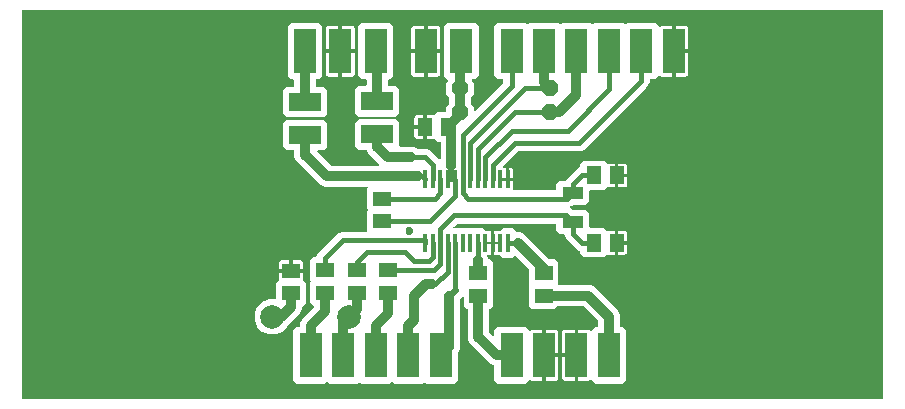
<source format=gbr>
G04 EAGLE Gerber RS-274X export*
G75*
%MOMM*%
%FSLAX34Y34*%
%LPD*%
%INTop Copper*%
%IPPOS*%
%AMOC8*
5,1,8,0,0,1.08239X$1,22.5*%
G01*
%ADD10C,0.400000*%
%ADD11R,1.300000X1.500000*%
%ADD12R,2.700000X1.600000*%
%ADD13R,1.500000X1.300000*%
%ADD14R,0.435000X1.500000*%
%ADD15R,1.800000X1.000000*%
%ADD16P,1.429621X8X22.500000*%
%ADD17R,1.930400X3.810000*%
%ADD18C,0.406400*%
%ADD19C,0.812800*%
%ADD20C,2.000000*%
%ADD21C,0.609600*%

G36*
X739098Y10164D02*
X739098Y10164D01*
X739117Y10162D01*
X739219Y10184D01*
X739321Y10200D01*
X739338Y10210D01*
X739358Y10214D01*
X739447Y10267D01*
X739538Y10316D01*
X739552Y10330D01*
X739569Y10340D01*
X739636Y10419D01*
X739708Y10494D01*
X739716Y10512D01*
X739729Y10527D01*
X739768Y10623D01*
X739811Y10717D01*
X739813Y10737D01*
X739821Y10755D01*
X739839Y10922D01*
X739839Y339078D01*
X739836Y339098D01*
X739838Y339117D01*
X739816Y339219D01*
X739800Y339321D01*
X739790Y339338D01*
X739786Y339358D01*
X739733Y339447D01*
X739684Y339538D01*
X739670Y339552D01*
X739660Y339569D01*
X739581Y339636D01*
X739506Y339708D01*
X739488Y339716D01*
X739473Y339729D01*
X739377Y339768D01*
X739283Y339811D01*
X739263Y339813D01*
X739245Y339821D01*
X739078Y339839D01*
X10922Y339839D01*
X10902Y339836D01*
X10883Y339838D01*
X10781Y339816D01*
X10679Y339800D01*
X10662Y339790D01*
X10642Y339786D01*
X10553Y339733D01*
X10462Y339684D01*
X10448Y339670D01*
X10431Y339660D01*
X10364Y339581D01*
X10292Y339506D01*
X10284Y339488D01*
X10271Y339473D01*
X10232Y339377D01*
X10189Y339283D01*
X10187Y339263D01*
X10179Y339245D01*
X10161Y339078D01*
X10161Y10922D01*
X10164Y10902D01*
X10162Y10883D01*
X10184Y10781D01*
X10200Y10679D01*
X10210Y10662D01*
X10214Y10642D01*
X10267Y10553D01*
X10316Y10462D01*
X10330Y10448D01*
X10340Y10431D01*
X10419Y10364D01*
X10494Y10292D01*
X10512Y10284D01*
X10527Y10271D01*
X10623Y10232D01*
X10717Y10189D01*
X10737Y10187D01*
X10755Y10179D01*
X10922Y10161D01*
X739078Y10161D01*
X739098Y10164D01*
G37*
%LPC*%
G36*
X243277Y23449D02*
X243277Y23449D01*
X240347Y26379D01*
X240347Y68621D01*
X243277Y71551D01*
X245174Y71551D01*
X245194Y71554D01*
X245213Y71552D01*
X245315Y71574D01*
X245417Y71590D01*
X245434Y71600D01*
X245454Y71604D01*
X245543Y71657D01*
X245634Y71706D01*
X245648Y71720D01*
X245665Y71730D01*
X245732Y71809D01*
X245804Y71884D01*
X245812Y71902D01*
X245825Y71917D01*
X245864Y72013D01*
X245907Y72107D01*
X245909Y72127D01*
X245917Y72145D01*
X245935Y72312D01*
X245935Y74303D01*
X247315Y77635D01*
X257566Y87885D01*
X257578Y87902D01*
X257593Y87914D01*
X257649Y88001D01*
X257709Y88085D01*
X257715Y88104D01*
X257726Y88121D01*
X257751Y88221D01*
X257782Y88320D01*
X257781Y88340D01*
X257786Y88359D01*
X257778Y88462D01*
X257775Y88566D01*
X257769Y88585D01*
X257767Y88605D01*
X257727Y88700D01*
X257691Y88797D01*
X257679Y88813D01*
X257671Y88831D01*
X257566Y88962D01*
X254599Y91929D01*
X254599Y109071D01*
X254990Y109462D01*
X255001Y109478D01*
X255017Y109490D01*
X255073Y109577D01*
X255133Y109661D01*
X255139Y109680D01*
X255150Y109697D01*
X255175Y109798D01*
X255206Y109897D01*
X255205Y109916D01*
X255210Y109936D01*
X255202Y110039D01*
X255199Y110142D01*
X255192Y110161D01*
X255191Y110181D01*
X255150Y110276D01*
X255115Y110373D01*
X255102Y110389D01*
X255094Y110407D01*
X254990Y110538D01*
X254599Y110929D01*
X254599Y128071D01*
X257529Y131001D01*
X259559Y131001D01*
X259674Y131020D01*
X259790Y131037D01*
X259796Y131039D01*
X259802Y131040D01*
X259905Y131095D01*
X260010Y131148D01*
X260014Y131153D01*
X260020Y131156D01*
X260099Y131240D01*
X260182Y131324D01*
X260185Y131330D01*
X260189Y131334D01*
X260197Y131351D01*
X260263Y131471D01*
X261138Y133584D01*
X278516Y150962D01*
X281101Y152033D01*
X302038Y152033D01*
X302058Y152036D01*
X302077Y152034D01*
X302179Y152056D01*
X302281Y152072D01*
X302298Y152082D01*
X302318Y152086D01*
X302407Y152139D01*
X302498Y152188D01*
X302512Y152202D01*
X302529Y152212D01*
X302596Y152291D01*
X302668Y152366D01*
X302676Y152384D01*
X302689Y152399D01*
X302728Y152495D01*
X302771Y152589D01*
X302773Y152609D01*
X302781Y152627D01*
X302799Y152794D01*
X302799Y169471D01*
X303190Y169862D01*
X303201Y169878D01*
X303217Y169890D01*
X303273Y169977D01*
X303333Y170061D01*
X303339Y170080D01*
X303350Y170097D01*
X303375Y170198D01*
X303406Y170297D01*
X303405Y170316D01*
X303410Y170336D01*
X303402Y170439D01*
X303399Y170542D01*
X303392Y170561D01*
X303391Y170581D01*
X303350Y170676D01*
X303315Y170773D01*
X303302Y170789D01*
X303294Y170807D01*
X303190Y170938D01*
X302799Y171329D01*
X302799Y188471D01*
X302964Y188636D01*
X303005Y188694D01*
X303055Y188746D01*
X303077Y188793D01*
X303107Y188835D01*
X303128Y188904D01*
X303158Y188969D01*
X303164Y189021D01*
X303180Y189071D01*
X303178Y189142D01*
X303186Y189213D01*
X303175Y189264D01*
X303173Y189316D01*
X303149Y189384D01*
X303133Y189454D01*
X303107Y189499D01*
X303089Y189547D01*
X303044Y189603D01*
X303007Y189665D01*
X302968Y189699D01*
X302935Y189739D01*
X302875Y189778D01*
X302820Y189825D01*
X302772Y189844D01*
X302728Y189872D01*
X302659Y189890D01*
X302592Y189917D01*
X302521Y189925D01*
X302490Y189933D01*
X302466Y189931D01*
X302425Y189935D01*
X266697Y189935D01*
X263365Y191315D01*
X242615Y212065D01*
X241235Y215397D01*
X241235Y220138D01*
X241232Y220158D01*
X241234Y220177D01*
X241212Y220279D01*
X241196Y220381D01*
X241186Y220398D01*
X241182Y220418D01*
X241129Y220507D01*
X241080Y220598D01*
X241066Y220612D01*
X241056Y220629D01*
X240977Y220696D01*
X240902Y220768D01*
X240884Y220776D01*
X240869Y220789D01*
X240773Y220828D01*
X240679Y220871D01*
X240659Y220873D01*
X240641Y220881D01*
X240474Y220899D01*
X234729Y220899D01*
X231799Y223829D01*
X231799Y243971D01*
X234729Y246901D01*
X265871Y246901D01*
X268801Y243971D01*
X268801Y223829D01*
X265871Y220899D01*
X261258Y220899D01*
X261187Y220888D01*
X261116Y220886D01*
X261067Y220868D01*
X261015Y220860D01*
X260952Y220826D01*
X260885Y220801D01*
X260844Y220769D01*
X260798Y220744D01*
X260749Y220692D01*
X260693Y220648D01*
X260664Y220604D01*
X260629Y220566D01*
X260598Y220501D01*
X260560Y220441D01*
X260547Y220390D01*
X260525Y220343D01*
X260517Y220272D01*
X260499Y220202D01*
X260504Y220150D01*
X260498Y220099D01*
X260513Y220028D01*
X260519Y219957D01*
X260539Y219909D01*
X260550Y219858D01*
X260587Y219797D01*
X260615Y219731D01*
X260660Y219675D01*
X260676Y219647D01*
X260694Y219632D01*
X260720Y219600D01*
X272032Y208288D01*
X272106Y208235D01*
X272175Y208175D01*
X272205Y208163D01*
X272232Y208144D01*
X272318Y208117D01*
X272403Y208083D01*
X272444Y208079D01*
X272467Y208072D01*
X272499Y208073D01*
X272570Y208065D01*
X312278Y208065D01*
X312349Y208076D01*
X312420Y208078D01*
X312469Y208096D01*
X312521Y208104D01*
X312584Y208138D01*
X312651Y208163D01*
X312692Y208195D01*
X312738Y208220D01*
X312787Y208272D01*
X312843Y208316D01*
X312872Y208360D01*
X312907Y208398D01*
X312938Y208463D01*
X312976Y208523D01*
X312989Y208574D01*
X313011Y208621D01*
X313019Y208692D01*
X313037Y208762D01*
X313032Y208814D01*
X313038Y208865D01*
X313023Y208936D01*
X313017Y209007D01*
X312997Y209055D01*
X312986Y209106D01*
X312949Y209167D01*
X312921Y209233D01*
X312876Y209289D01*
X312860Y209317D01*
X312842Y209332D01*
X312839Y209338D01*
X312834Y209342D01*
X312816Y209364D01*
X303615Y218565D01*
X302636Y220929D01*
X302574Y221029D01*
X302515Y221129D01*
X302510Y221133D01*
X302506Y221138D01*
X302416Y221213D01*
X302328Y221289D01*
X302322Y221291D01*
X302317Y221295D01*
X302209Y221337D01*
X302099Y221381D01*
X302092Y221382D01*
X302087Y221383D01*
X302069Y221384D01*
X301933Y221399D01*
X295729Y221399D01*
X292799Y224329D01*
X292799Y244471D01*
X295729Y247401D01*
X326871Y247401D01*
X329801Y244471D01*
X329801Y224826D01*
X329803Y224809D01*
X329802Y224794D01*
X329802Y224791D01*
X329802Y224787D01*
X329824Y224685D01*
X329840Y224583D01*
X329850Y224566D01*
X329854Y224546D01*
X329907Y224457D01*
X329956Y224366D01*
X329970Y224352D01*
X329980Y224335D01*
X330059Y224268D01*
X330134Y224196D01*
X330152Y224188D01*
X330167Y224175D01*
X330263Y224136D01*
X330357Y224093D01*
X330377Y224091D01*
X330395Y224083D01*
X330562Y224065D01*
X341803Y224065D01*
X345135Y222685D01*
X345564Y222256D01*
X345638Y222203D01*
X345707Y222143D01*
X345737Y222131D01*
X345764Y222112D01*
X345850Y222085D01*
X345935Y222051D01*
X345976Y222047D01*
X345999Y222040D01*
X346031Y222041D01*
X346102Y222033D01*
X353399Y222033D01*
X355984Y220962D01*
X358069Y218877D01*
X363636Y213310D01*
X363694Y213268D01*
X363746Y213219D01*
X363793Y213197D01*
X363835Y213167D01*
X363904Y213145D01*
X363969Y213115D01*
X364021Y213109D01*
X364071Y213094D01*
X364142Y213096D01*
X364213Y213088D01*
X364264Y213099D01*
X364316Y213101D01*
X364384Y213125D01*
X364454Y213140D01*
X364498Y213167D01*
X364547Y213185D01*
X364603Y213230D01*
X364665Y213267D01*
X364699Y213306D01*
X364739Y213339D01*
X364778Y213399D01*
X364825Y213453D01*
X364844Y213502D01*
X364872Y213546D01*
X364890Y213615D01*
X364917Y213682D01*
X364925Y213753D01*
X364933Y213784D01*
X364931Y213807D01*
X364935Y213848D01*
X364935Y227338D01*
X364932Y227358D01*
X364934Y227377D01*
X364912Y227479D01*
X364896Y227581D01*
X364886Y227598D01*
X364882Y227618D01*
X364829Y227707D01*
X364780Y227798D01*
X364766Y227812D01*
X364756Y227829D01*
X364677Y227896D01*
X364602Y227968D01*
X364584Y227976D01*
X364569Y227989D01*
X364473Y228028D01*
X364379Y228071D01*
X364359Y228073D01*
X364341Y228081D01*
X364174Y228099D01*
X362229Y228099D01*
X359840Y230488D01*
X359785Y230528D01*
X359736Y230575D01*
X359686Y230599D01*
X359640Y230632D01*
X359575Y230652D01*
X359514Y230681D01*
X359459Y230688D01*
X359405Y230704D01*
X359337Y230702D01*
X359270Y230710D01*
X359192Y230699D01*
X359159Y230698D01*
X359139Y230691D01*
X359104Y230685D01*
X358634Y230559D01*
X353323Y230559D01*
X353323Y239838D01*
X353320Y239858D01*
X353322Y239877D01*
X353300Y239979D01*
X353283Y240081D01*
X353274Y240098D01*
X353270Y240118D01*
X353217Y240207D01*
X353168Y240298D01*
X353154Y240312D01*
X353144Y240329D01*
X353065Y240396D01*
X352990Y240467D01*
X352972Y240476D01*
X352957Y240489D01*
X352861Y240528D01*
X352767Y240571D01*
X352747Y240573D01*
X352729Y240581D01*
X352562Y240599D01*
X351799Y240599D01*
X351799Y240601D01*
X352562Y240601D01*
X352582Y240604D01*
X352601Y240602D01*
X352703Y240624D01*
X352805Y240641D01*
X352822Y240650D01*
X352842Y240654D01*
X352931Y240707D01*
X353022Y240756D01*
X353036Y240770D01*
X353053Y240780D01*
X353120Y240859D01*
X353191Y240934D01*
X353200Y240952D01*
X353213Y240967D01*
X353252Y241063D01*
X353295Y241157D01*
X353297Y241177D01*
X353305Y241195D01*
X353323Y241362D01*
X353323Y250641D01*
X358634Y250641D01*
X359104Y250515D01*
X359172Y250508D01*
X359237Y250492D01*
X359293Y250496D01*
X359349Y250490D01*
X359415Y250505D01*
X359482Y250511D01*
X359534Y250533D01*
X359589Y250545D01*
X359647Y250581D01*
X359709Y250607D01*
X359771Y250656D01*
X359799Y250674D01*
X359812Y250690D01*
X359840Y250712D01*
X362229Y253101D01*
X368934Y253101D01*
X368954Y253104D01*
X368973Y253102D01*
X369075Y253124D01*
X369177Y253140D01*
X369194Y253150D01*
X369214Y253154D01*
X369303Y253207D01*
X369394Y253256D01*
X369408Y253270D01*
X369425Y253280D01*
X369492Y253359D01*
X369564Y253434D01*
X369572Y253452D01*
X369585Y253467D01*
X369624Y253563D01*
X369667Y253657D01*
X369669Y253677D01*
X369677Y253695D01*
X369695Y253862D01*
X369695Y257807D01*
X372012Y260124D01*
X372065Y260198D01*
X372125Y260267D01*
X372137Y260297D01*
X372156Y260324D01*
X372183Y260411D01*
X372217Y260495D01*
X372221Y260536D01*
X372228Y260559D01*
X372227Y260591D01*
X372235Y260662D01*
X372235Y265838D01*
X372221Y265928D01*
X372213Y266019D01*
X372201Y266049D01*
X372196Y266081D01*
X372153Y266161D01*
X372117Y266245D01*
X372091Y266277D01*
X372080Y266298D01*
X372057Y266320D01*
X372012Y266376D01*
X369695Y268693D01*
X369695Y278307D01*
X371038Y279650D01*
X371080Y279708D01*
X371129Y279760D01*
X371151Y279807D01*
X371182Y279849D01*
X371203Y279918D01*
X371233Y279983D01*
X371239Y280035D01*
X371254Y280085D01*
X371252Y280156D01*
X371260Y280227D01*
X371249Y280278D01*
X371248Y280330D01*
X371223Y280398D01*
X371208Y280468D01*
X371181Y280513D01*
X371163Y280561D01*
X371118Y280617D01*
X371082Y280679D01*
X371042Y280713D01*
X371010Y280753D01*
X370949Y280792D01*
X370895Y280839D01*
X370882Y280844D01*
X367847Y283879D01*
X367847Y326121D01*
X370777Y329051D01*
X394223Y329051D01*
X397153Y326121D01*
X397153Y283879D01*
X394223Y280949D01*
X392100Y280949D01*
X392029Y280938D01*
X391958Y280936D01*
X391909Y280918D01*
X391857Y280910D01*
X391794Y280876D01*
X391727Y280851D01*
X391686Y280819D01*
X391640Y280794D01*
X391591Y280742D01*
X391535Y280698D01*
X391506Y280654D01*
X391471Y280616D01*
X391440Y280551D01*
X391402Y280491D01*
X391389Y280440D01*
X391367Y280393D01*
X391359Y280322D01*
X391342Y280252D01*
X391346Y280200D01*
X391340Y280149D01*
X391355Y280078D01*
X391361Y280007D01*
X391381Y279959D01*
X391392Y279908D01*
X391429Y279847D01*
X391457Y279781D01*
X391502Y279725D01*
X391518Y279697D01*
X391536Y279682D01*
X391562Y279650D01*
X392905Y278307D01*
X392905Y268693D01*
X390588Y266376D01*
X390535Y266302D01*
X390475Y266233D01*
X390463Y266203D01*
X390444Y266176D01*
X390417Y266089D01*
X390383Y266005D01*
X390379Y265964D01*
X390372Y265941D01*
X390373Y265909D01*
X390365Y265838D01*
X390365Y260662D01*
X390379Y260572D01*
X390387Y260481D01*
X390399Y260451D01*
X390404Y260419D01*
X390447Y260339D01*
X390483Y260255D01*
X390509Y260223D01*
X390520Y260202D01*
X390543Y260180D01*
X390588Y260124D01*
X392905Y257807D01*
X392905Y254688D01*
X392916Y254618D01*
X392918Y254546D01*
X392936Y254497D01*
X392944Y254446D01*
X392978Y254382D01*
X393003Y254315D01*
X393035Y254274D01*
X393060Y254228D01*
X393112Y254179D01*
X393156Y254123D01*
X393200Y254095D01*
X393238Y254059D01*
X393303Y254029D01*
X393363Y253990D01*
X393414Y253977D01*
X393461Y253955D01*
X393532Y253947D01*
X393602Y253930D01*
X393654Y253934D01*
X393705Y253928D01*
X393776Y253943D01*
X393847Y253949D01*
X393895Y253969D01*
X393946Y253980D01*
X394007Y254017D01*
X394073Y254045D01*
X394129Y254090D01*
X394157Y254107D01*
X394172Y254124D01*
X394204Y254150D01*
X417744Y277690D01*
X417797Y277764D01*
X417857Y277834D01*
X417869Y277864D01*
X417888Y277890D01*
X417915Y277977D01*
X417949Y278062D01*
X417953Y278103D01*
X417960Y278125D01*
X417959Y278157D01*
X417967Y278228D01*
X417967Y280188D01*
X417964Y280208D01*
X417966Y280227D01*
X417944Y280329D01*
X417928Y280431D01*
X417918Y280448D01*
X417914Y280468D01*
X417861Y280557D01*
X417812Y280648D01*
X417798Y280662D01*
X417788Y280679D01*
X417709Y280746D01*
X417634Y280818D01*
X417616Y280826D01*
X417601Y280839D01*
X417505Y280878D01*
X417411Y280921D01*
X417391Y280923D01*
X417373Y280931D01*
X417206Y280949D01*
X413277Y280949D01*
X410347Y283879D01*
X410347Y326121D01*
X413277Y329051D01*
X436723Y329051D01*
X438212Y327562D01*
X438228Y327551D01*
X438240Y327535D01*
X438328Y327479D01*
X438411Y327419D01*
X438430Y327413D01*
X438447Y327402D01*
X438548Y327377D01*
X438647Y327346D01*
X438666Y327347D01*
X438686Y327342D01*
X438789Y327350D01*
X438892Y327353D01*
X438911Y327360D01*
X438931Y327361D01*
X439026Y327402D01*
X439123Y327437D01*
X439139Y327450D01*
X439157Y327458D01*
X439288Y327562D01*
X440777Y329051D01*
X464223Y329051D01*
X465712Y327562D01*
X465728Y327551D01*
X465740Y327535D01*
X465828Y327479D01*
X465911Y327419D01*
X465930Y327413D01*
X465947Y327402D01*
X466048Y327377D01*
X466147Y327346D01*
X466166Y327347D01*
X466186Y327342D01*
X466289Y327350D01*
X466392Y327353D01*
X466411Y327360D01*
X466431Y327361D01*
X466526Y327402D01*
X466623Y327437D01*
X466639Y327450D01*
X466657Y327458D01*
X466788Y327562D01*
X468277Y329051D01*
X491723Y329051D01*
X493212Y327562D01*
X493228Y327551D01*
X493240Y327535D01*
X493328Y327479D01*
X493411Y327419D01*
X493430Y327413D01*
X493447Y327402D01*
X493548Y327377D01*
X493647Y327346D01*
X493666Y327347D01*
X493686Y327342D01*
X493789Y327350D01*
X493892Y327353D01*
X493911Y327360D01*
X493931Y327361D01*
X494026Y327402D01*
X494123Y327437D01*
X494139Y327450D01*
X494157Y327458D01*
X494288Y327562D01*
X495777Y329051D01*
X519223Y329051D01*
X520712Y327562D01*
X520728Y327551D01*
X520740Y327535D01*
X520828Y327479D01*
X520911Y327419D01*
X520930Y327413D01*
X520947Y327402D01*
X521048Y327377D01*
X521147Y327346D01*
X521166Y327347D01*
X521186Y327342D01*
X521289Y327350D01*
X521392Y327353D01*
X521411Y327360D01*
X521431Y327361D01*
X521526Y327402D01*
X521623Y327437D01*
X521639Y327450D01*
X521657Y327458D01*
X521788Y327562D01*
X523277Y329051D01*
X546723Y329051D01*
X549685Y326089D01*
X549692Y326043D01*
X549726Y325980D01*
X549751Y325912D01*
X549783Y325872D01*
X549808Y325826D01*
X549859Y325776D01*
X549904Y325720D01*
X549948Y325692D01*
X549986Y325656D01*
X550051Y325626D01*
X550111Y325587D01*
X550162Y325574D01*
X550209Y325553D01*
X550280Y325545D01*
X550350Y325527D01*
X550402Y325531D01*
X550453Y325525D01*
X550524Y325541D01*
X550595Y325546D01*
X550643Y325567D01*
X550694Y325578D01*
X550755Y325615D01*
X550821Y325643D01*
X550877Y325687D01*
X550905Y325704D01*
X550920Y325722D01*
X550952Y325747D01*
X551288Y326083D01*
X551867Y326418D01*
X552514Y326591D01*
X560977Y326591D01*
X560977Y305762D01*
X560980Y305742D01*
X560978Y305723D01*
X561000Y305621D01*
X561017Y305519D01*
X561026Y305502D01*
X561030Y305482D01*
X561083Y305393D01*
X561132Y305302D01*
X561146Y305288D01*
X561156Y305271D01*
X561235Y305204D01*
X561310Y305133D01*
X561328Y305124D01*
X561343Y305111D01*
X561439Y305072D01*
X561533Y305029D01*
X561553Y305027D01*
X561571Y305019D01*
X561738Y305001D01*
X562501Y305001D01*
X562501Y304999D01*
X561738Y304999D01*
X561718Y304996D01*
X561699Y304998D01*
X561597Y304976D01*
X561495Y304959D01*
X561478Y304950D01*
X561458Y304946D01*
X561369Y304893D01*
X561278Y304844D01*
X561264Y304830D01*
X561247Y304820D01*
X561180Y304741D01*
X561109Y304666D01*
X561100Y304648D01*
X561087Y304633D01*
X561048Y304537D01*
X561005Y304443D01*
X561003Y304423D01*
X560995Y304405D01*
X560977Y304238D01*
X560977Y283409D01*
X552514Y283409D01*
X551867Y283582D01*
X551288Y283917D01*
X550952Y284253D01*
X550894Y284294D01*
X550842Y284344D01*
X550795Y284366D01*
X550753Y284396D01*
X550684Y284417D01*
X550619Y284447D01*
X550567Y284453D01*
X550517Y284469D01*
X550446Y284467D01*
X550375Y284475D01*
X550324Y284463D01*
X550272Y284462D01*
X550204Y284438D01*
X550134Y284422D01*
X550089Y284396D01*
X550041Y284378D01*
X549985Y284333D01*
X549923Y284296D01*
X549889Y284257D01*
X549849Y284224D01*
X549810Y284164D01*
X549763Y284109D01*
X549744Y284061D01*
X549716Y284017D01*
X549698Y283948D01*
X549682Y283908D01*
X546723Y280949D01*
X542794Y280949D01*
X542774Y280946D01*
X542755Y280948D01*
X542653Y280926D01*
X542551Y280910D01*
X542534Y280900D01*
X542514Y280896D01*
X542425Y280843D01*
X542334Y280794D01*
X542320Y280780D01*
X542303Y280770D01*
X542236Y280691D01*
X542164Y280616D01*
X542156Y280598D01*
X542143Y280583D01*
X542104Y280487D01*
X542061Y280393D01*
X542059Y280373D01*
X542051Y280355D01*
X542033Y280188D01*
X542033Y278601D01*
X540962Y276016D01*
X538877Y273931D01*
X488569Y223623D01*
X486484Y221538D01*
X483899Y220467D01*
X431228Y220467D01*
X431138Y220453D01*
X431047Y220445D01*
X431018Y220433D01*
X430986Y220428D01*
X430905Y220385D01*
X430821Y220349D01*
X430789Y220323D01*
X430768Y220312D01*
X430746Y220289D01*
X430690Y220244D01*
X417945Y207499D01*
X417917Y207460D01*
X417882Y207427D01*
X417845Y207361D01*
X417801Y207299D01*
X417787Y207253D01*
X417764Y207211D01*
X417751Y207137D01*
X417729Y207064D01*
X417730Y207016D01*
X417722Y206969D01*
X417733Y206894D01*
X417735Y206818D01*
X417752Y206773D01*
X417759Y206726D01*
X417794Y206659D01*
X417820Y206587D01*
X417850Y206550D01*
X417872Y206507D01*
X417926Y206454D01*
X417973Y206395D01*
X418014Y206369D01*
X418048Y206336D01*
X418117Y206303D01*
X418180Y206262D01*
X418227Y206251D01*
X418270Y206230D01*
X418345Y206221D01*
X418419Y206202D01*
X418467Y206206D01*
X418514Y206200D01*
X418642Y206220D01*
X418664Y206221D01*
X418670Y206224D01*
X418680Y206225D01*
X419111Y206341D01*
X420533Y206341D01*
X420533Y197387D01*
X416857Y197387D01*
X416837Y197384D01*
X416818Y197386D01*
X416716Y197364D01*
X416614Y197347D01*
X416597Y197338D01*
X416577Y197333D01*
X416488Y197280D01*
X416397Y197232D01*
X416383Y197218D01*
X416366Y197207D01*
X416299Y197129D01*
X416227Y197054D01*
X416219Y197036D01*
X416206Y197020D01*
X416167Y196924D01*
X416124Y196831D01*
X416122Y196811D01*
X416114Y196792D01*
X416096Y196626D01*
X416096Y195974D01*
X416099Y195955D01*
X416097Y195935D01*
X416119Y195834D01*
X416135Y195732D01*
X416145Y195714D01*
X416149Y195695D01*
X416202Y195606D01*
X416251Y195514D01*
X416265Y195501D01*
X416275Y195484D01*
X416354Y195416D01*
X416429Y195345D01*
X416447Y195337D01*
X416462Y195324D01*
X416558Y195285D01*
X416652Y195241D01*
X416672Y195239D01*
X416690Y195232D01*
X416857Y195213D01*
X421294Y195213D01*
X421314Y195216D01*
X421334Y195214D01*
X421435Y195236D01*
X421537Y195253D01*
X421555Y195262D01*
X421574Y195266D01*
X421622Y195295D01*
X421647Y195285D01*
X421741Y195241D01*
X421760Y195239D01*
X421779Y195232D01*
X421946Y195213D01*
X426336Y195213D01*
X426336Y188466D01*
X426209Y187991D01*
X426197Y187872D01*
X426184Y187755D01*
X426185Y187750D01*
X426184Y187746D01*
X426210Y187631D01*
X426236Y187514D01*
X426238Y187511D01*
X426239Y187507D01*
X426301Y187405D01*
X426362Y187303D01*
X426365Y187300D01*
X426367Y187297D01*
X426458Y187221D01*
X426549Y187143D01*
X426553Y187142D01*
X426556Y187139D01*
X426665Y187096D01*
X426777Y187051D01*
X426782Y187051D01*
X426785Y187049D01*
X426799Y187049D01*
X426944Y187033D01*
X462238Y187033D01*
X462258Y187036D01*
X462277Y187034D01*
X462379Y187056D01*
X462481Y187072D01*
X462498Y187082D01*
X462518Y187086D01*
X462607Y187139D01*
X462698Y187188D01*
X462712Y187202D01*
X462729Y187212D01*
X462796Y187291D01*
X462868Y187366D01*
X462876Y187384D01*
X462889Y187399D01*
X462928Y187495D01*
X462971Y187589D01*
X462973Y187609D01*
X462981Y187627D01*
X462999Y187794D01*
X462999Y192071D01*
X465929Y195001D01*
X470122Y195001D01*
X470237Y195020D01*
X470353Y195037D01*
X470359Y195039D01*
X470365Y195040D01*
X470467Y195095D01*
X470572Y195148D01*
X470577Y195153D01*
X470582Y195156D01*
X470662Y195240D01*
X470745Y195324D01*
X470748Y195330D01*
X470752Y195334D01*
X470759Y195351D01*
X470825Y195471D01*
X471038Y195984D01*
X481016Y205962D01*
X482929Y206754D01*
X483029Y206816D01*
X483129Y206876D01*
X483133Y206881D01*
X483138Y206884D01*
X483213Y206975D01*
X483289Y207063D01*
X483291Y207069D01*
X483295Y207074D01*
X483337Y207181D01*
X483381Y207291D01*
X483382Y207299D01*
X483383Y207303D01*
X483384Y207321D01*
X483399Y207458D01*
X483399Y209271D01*
X486329Y212201D01*
X503471Y212201D01*
X505860Y209812D01*
X505915Y209772D01*
X505964Y209725D01*
X506014Y209701D01*
X506060Y209668D01*
X506125Y209648D01*
X506186Y209619D01*
X506241Y209612D01*
X506295Y209596D01*
X506363Y209598D01*
X506430Y209590D01*
X506508Y209601D01*
X506541Y209602D01*
X506561Y209609D01*
X506596Y209615D01*
X507066Y209741D01*
X512377Y209741D01*
X512377Y200462D01*
X512379Y200447D01*
X512378Y200434D01*
X512379Y200430D01*
X512378Y200423D01*
X512400Y200321D01*
X512417Y200219D01*
X512426Y200202D01*
X512430Y200182D01*
X512483Y200093D01*
X512532Y200002D01*
X512546Y199988D01*
X512556Y199971D01*
X512635Y199904D01*
X512710Y199833D01*
X512728Y199824D01*
X512743Y199811D01*
X512839Y199772D01*
X512933Y199729D01*
X512953Y199727D01*
X512971Y199719D01*
X513138Y199701D01*
X513901Y199701D01*
X513901Y199699D01*
X513138Y199699D01*
X513118Y199696D01*
X513099Y199698D01*
X512997Y199676D01*
X512895Y199659D01*
X512878Y199650D01*
X512858Y199646D01*
X512769Y199593D01*
X512678Y199544D01*
X512664Y199530D01*
X512647Y199520D01*
X512580Y199441D01*
X512509Y199366D01*
X512500Y199348D01*
X512487Y199333D01*
X512448Y199237D01*
X512405Y199143D01*
X512403Y199123D01*
X512395Y199105D01*
X512377Y198938D01*
X512377Y189659D01*
X507066Y189659D01*
X506596Y189785D01*
X506528Y189792D01*
X506463Y189808D01*
X506407Y189804D01*
X506351Y189810D01*
X506285Y189795D01*
X506218Y189789D01*
X506166Y189767D01*
X506111Y189755D01*
X506053Y189719D01*
X505991Y189693D01*
X505929Y189644D01*
X505901Y189626D01*
X505888Y189610D01*
X505860Y189588D01*
X503471Y187199D01*
X491762Y187199D01*
X491742Y187196D01*
X491723Y187198D01*
X491621Y187176D01*
X491519Y187160D01*
X491502Y187150D01*
X491482Y187146D01*
X491393Y187093D01*
X491302Y187044D01*
X491288Y187030D01*
X491271Y187020D01*
X491204Y186941D01*
X491132Y186866D01*
X491124Y186848D01*
X491111Y186833D01*
X491072Y186737D01*
X491029Y186643D01*
X491027Y186623D01*
X491019Y186605D01*
X491001Y186438D01*
X491001Y177929D01*
X488071Y174999D01*
X477260Y174999D01*
X477170Y174985D01*
X477079Y174977D01*
X477050Y174965D01*
X477018Y174960D01*
X476937Y174917D01*
X476853Y174881D01*
X476821Y174855D01*
X476800Y174844D01*
X476778Y174821D01*
X476722Y174776D01*
X475984Y174038D01*
X474676Y173496D01*
X474615Y173458D01*
X474549Y173429D01*
X474511Y173394D01*
X474467Y173367D01*
X474421Y173311D01*
X474368Y173263D01*
X474343Y173217D01*
X474310Y173177D01*
X474284Y173110D01*
X474250Y173047D01*
X474240Y172996D01*
X474222Y172947D01*
X474219Y172876D01*
X474206Y172805D01*
X474214Y172754D01*
X474211Y172702D01*
X474231Y172633D01*
X474242Y172562D01*
X474265Y172515D01*
X474280Y172466D01*
X474321Y172407D01*
X474353Y172343D01*
X474390Y172306D01*
X474420Y172263D01*
X474478Y172221D01*
X474529Y172170D01*
X474592Y172136D01*
X474618Y172117D01*
X474640Y172109D01*
X474676Y172090D01*
X474984Y171962D01*
X476722Y170224D01*
X476796Y170171D01*
X476866Y170111D01*
X476896Y170099D01*
X476922Y170080D01*
X477009Y170053D01*
X477094Y170019D01*
X477135Y170015D01*
X477157Y170008D01*
X477189Y170009D01*
X477260Y170001D01*
X488071Y170001D01*
X491001Y167071D01*
X491001Y155962D01*
X491004Y155942D01*
X491002Y155923D01*
X491024Y155821D01*
X491040Y155719D01*
X491050Y155702D01*
X491054Y155682D01*
X491107Y155593D01*
X491156Y155502D01*
X491170Y155488D01*
X491180Y155471D01*
X491259Y155404D01*
X491334Y155332D01*
X491352Y155324D01*
X491367Y155311D01*
X491463Y155272D01*
X491557Y155229D01*
X491577Y155227D01*
X491595Y155219D01*
X491762Y155201D01*
X503471Y155201D01*
X505860Y152812D01*
X505915Y152772D01*
X505964Y152725D01*
X506014Y152701D01*
X506060Y152668D01*
X506125Y152648D01*
X506186Y152619D01*
X506241Y152612D01*
X506295Y152596D01*
X506363Y152598D01*
X506430Y152590D01*
X506508Y152601D01*
X506541Y152602D01*
X506561Y152609D01*
X506596Y152615D01*
X507066Y152741D01*
X512377Y152741D01*
X512377Y143462D01*
X512380Y143442D01*
X512378Y143423D01*
X512400Y143321D01*
X512417Y143219D01*
X512426Y143202D01*
X512430Y143182D01*
X512483Y143093D01*
X512532Y143002D01*
X512546Y142988D01*
X512556Y142971D01*
X512635Y142904D01*
X512710Y142833D01*
X512728Y142824D01*
X512743Y142811D01*
X512839Y142772D01*
X512933Y142729D01*
X512953Y142727D01*
X512971Y142719D01*
X513138Y142701D01*
X513901Y142701D01*
X513901Y142699D01*
X513138Y142699D01*
X513118Y142696D01*
X513099Y142698D01*
X512997Y142676D01*
X512895Y142659D01*
X512878Y142650D01*
X512858Y142646D01*
X512769Y142593D01*
X512678Y142544D01*
X512664Y142530D01*
X512647Y142520D01*
X512580Y142441D01*
X512509Y142366D01*
X512500Y142348D01*
X512487Y142333D01*
X512448Y142237D01*
X512405Y142143D01*
X512403Y142123D01*
X512395Y142105D01*
X512377Y141938D01*
X512377Y132659D01*
X507066Y132659D01*
X506596Y132785D01*
X506528Y132792D01*
X506463Y132808D01*
X506407Y132804D01*
X506351Y132810D01*
X506285Y132795D01*
X506218Y132789D01*
X506166Y132767D01*
X506111Y132755D01*
X506053Y132719D01*
X505991Y132693D01*
X505929Y132644D01*
X505901Y132626D01*
X505888Y132610D01*
X505860Y132588D01*
X503471Y130199D01*
X486329Y130199D01*
X483399Y133129D01*
X483399Y135159D01*
X483380Y135274D01*
X483363Y135390D01*
X483361Y135396D01*
X483360Y135402D01*
X483305Y135505D01*
X483252Y135610D01*
X483247Y135614D01*
X483244Y135620D01*
X483160Y135699D01*
X483076Y135782D01*
X483070Y135785D01*
X483066Y135789D01*
X483049Y135797D01*
X482929Y135863D01*
X480816Y136738D01*
X471038Y146516D01*
X469967Y149101D01*
X469967Y149238D01*
X469964Y149258D01*
X469966Y149277D01*
X469944Y149379D01*
X469928Y149481D01*
X469918Y149498D01*
X469914Y149518D01*
X469861Y149607D01*
X469812Y149698D01*
X469798Y149712D01*
X469788Y149729D01*
X469709Y149796D01*
X469634Y149868D01*
X469616Y149876D01*
X469601Y149889D01*
X469505Y149928D01*
X469411Y149971D01*
X469391Y149973D01*
X469373Y149981D01*
X469206Y149999D01*
X465929Y149999D01*
X462999Y152929D01*
X462999Y158206D01*
X462996Y158226D01*
X462998Y158245D01*
X462976Y158347D01*
X462960Y158449D01*
X462950Y158466D01*
X462946Y158486D01*
X462893Y158575D01*
X462844Y158666D01*
X462830Y158680D01*
X462820Y158697D01*
X462741Y158764D01*
X462666Y158836D01*
X462648Y158844D01*
X462633Y158857D01*
X462537Y158896D01*
X462443Y158939D01*
X462423Y158941D01*
X462405Y158949D01*
X462238Y158967D01*
X379228Y158967D01*
X379138Y158953D01*
X379047Y158945D01*
X379018Y158933D01*
X378986Y158928D01*
X378905Y158885D01*
X378821Y158849D01*
X378789Y158823D01*
X378768Y158812D01*
X378746Y158789D01*
X378690Y158744D01*
X376046Y156100D01*
X376004Y156042D01*
X375955Y155990D01*
X375933Y155943D01*
X375903Y155901D01*
X375881Y155832D01*
X375851Y155767D01*
X375845Y155715D01*
X375830Y155665D01*
X375832Y155594D01*
X375824Y155523D01*
X375835Y155472D01*
X375837Y155420D01*
X375861Y155352D01*
X375876Y155282D01*
X375903Y155238D01*
X375921Y155189D01*
X375966Y155133D01*
X376003Y155071D01*
X376042Y155037D01*
X376075Y154997D01*
X376135Y154958D01*
X376189Y154911D01*
X376238Y154892D01*
X376282Y154864D01*
X376351Y154846D01*
X376418Y154819D01*
X376489Y154811D01*
X376520Y154803D01*
X376543Y154805D01*
X376584Y154801D01*
X400466Y154801D01*
X402703Y152564D01*
X402777Y152511D01*
X402847Y152451D01*
X402877Y152439D01*
X402903Y152420D01*
X402990Y152393D01*
X403075Y152359D01*
X403116Y152355D01*
X403138Y152348D01*
X403170Y152349D01*
X403242Y152341D01*
X405089Y152341D01*
X405553Y152217D01*
X405668Y152205D01*
X405781Y152191D01*
X405791Y152193D01*
X405798Y152192D01*
X405819Y152197D01*
X405947Y152217D01*
X406411Y152341D01*
X407833Y152341D01*
X407833Y143387D01*
X404157Y143387D01*
X404137Y143384D01*
X404118Y143386D01*
X404016Y143364D01*
X403914Y143347D01*
X403897Y143338D01*
X403877Y143333D01*
X403788Y143280D01*
X403697Y143232D01*
X403683Y143218D01*
X403666Y143207D01*
X403599Y143129D01*
X403527Y143054D01*
X403519Y143036D01*
X403506Y143020D01*
X403467Y142924D01*
X403424Y142831D01*
X403422Y142811D01*
X403414Y142792D01*
X403396Y142626D01*
X403396Y141974D01*
X403399Y141955D01*
X403397Y141935D01*
X403419Y141834D01*
X403435Y141732D01*
X403445Y141714D01*
X403449Y141695D01*
X403502Y141606D01*
X403551Y141514D01*
X403565Y141501D01*
X403575Y141484D01*
X403654Y141416D01*
X403729Y141345D01*
X403747Y141337D01*
X403762Y141324D01*
X403858Y141285D01*
X403952Y141241D01*
X403972Y141239D01*
X403990Y141232D01*
X404157Y141213D01*
X407833Y141213D01*
X407833Y132259D01*
X406411Y132259D01*
X405947Y132383D01*
X405832Y132395D01*
X405719Y132409D01*
X405709Y132407D01*
X405702Y132408D01*
X405681Y132403D01*
X405553Y132383D01*
X405106Y132264D01*
X405042Y132235D01*
X404976Y132216D01*
X404931Y132185D01*
X404882Y132162D01*
X404831Y132115D01*
X404773Y132075D01*
X404741Y132032D01*
X404701Y131995D01*
X404668Y131934D01*
X404627Y131878D01*
X404610Y131827D01*
X404584Y131779D01*
X404572Y131710D01*
X404551Y131644D01*
X404551Y131590D01*
X404542Y131537D01*
X404552Y131468D01*
X404553Y131398D01*
X404574Y131326D01*
X404579Y131293D01*
X404589Y131274D01*
X404600Y131237D01*
X405285Y129583D01*
X405285Y129262D01*
X405288Y129242D01*
X405286Y129223D01*
X405308Y129121D01*
X405324Y129019D01*
X405334Y129002D01*
X405338Y128982D01*
X405391Y128893D01*
X405440Y128802D01*
X405454Y128788D01*
X405464Y128771D01*
X405543Y128704D01*
X405618Y128632D01*
X405636Y128624D01*
X405651Y128611D01*
X405747Y128572D01*
X405841Y128529D01*
X405861Y128527D01*
X405879Y128519D01*
X406046Y128501D01*
X406571Y128501D01*
X409501Y125571D01*
X409501Y108429D01*
X409110Y108038D01*
X409099Y108022D01*
X409083Y108010D01*
X409027Y107922D01*
X408967Y107839D01*
X408961Y107820D01*
X408950Y107803D01*
X408925Y107702D01*
X408894Y107603D01*
X408895Y107584D01*
X408890Y107564D01*
X408898Y107461D01*
X408901Y107358D01*
X408908Y107339D01*
X408909Y107319D01*
X408950Y107224D01*
X408985Y107127D01*
X408998Y107111D01*
X409006Y107093D01*
X409110Y106962D01*
X409501Y106571D01*
X409501Y89429D01*
X406476Y86404D01*
X406457Y86393D01*
X406366Y86344D01*
X406352Y86330D01*
X406335Y86320D01*
X406268Y86241D01*
X406196Y86166D01*
X406188Y86148D01*
X406175Y86133D01*
X406136Y86037D01*
X406093Y85943D01*
X406091Y85923D01*
X406083Y85905D01*
X406065Y85738D01*
X406065Y67070D01*
X406079Y66980D01*
X406087Y66889D01*
X406099Y66859D01*
X406104Y66827D01*
X406147Y66747D01*
X406183Y66663D01*
X406209Y66631D01*
X406220Y66610D01*
X406243Y66588D01*
X406288Y66532D01*
X409048Y63772D01*
X409106Y63730D01*
X409158Y63681D01*
X409205Y63659D01*
X409247Y63628D01*
X409316Y63607D01*
X409381Y63577D01*
X409433Y63571D01*
X409483Y63556D01*
X409554Y63558D01*
X409625Y63550D01*
X409676Y63561D01*
X409728Y63562D01*
X409796Y63587D01*
X409866Y63602D01*
X409911Y63629D01*
X409959Y63647D01*
X410015Y63692D01*
X410077Y63728D01*
X410111Y63768D01*
X410151Y63800D01*
X410190Y63861D01*
X410237Y63915D01*
X410256Y63963D01*
X410284Y64007D01*
X410302Y64077D01*
X410329Y64143D01*
X410337Y64215D01*
X410345Y64246D01*
X410343Y64269D01*
X410347Y64310D01*
X410347Y68621D01*
X413277Y71551D01*
X436723Y71551D01*
X439685Y68589D01*
X439692Y68543D01*
X439726Y68480D01*
X439751Y68412D01*
X439783Y68372D01*
X439808Y68326D01*
X439859Y68276D01*
X439904Y68220D01*
X439948Y68192D01*
X439986Y68156D01*
X440051Y68126D01*
X440111Y68087D01*
X440162Y68074D01*
X440209Y68053D01*
X440280Y68045D01*
X440350Y68027D01*
X440402Y68031D01*
X440453Y68025D01*
X440524Y68041D01*
X440595Y68046D01*
X440643Y68067D01*
X440694Y68078D01*
X440755Y68115D01*
X440821Y68143D01*
X440877Y68187D01*
X440905Y68204D01*
X440920Y68222D01*
X440952Y68247D01*
X441288Y68583D01*
X441867Y68918D01*
X442514Y69091D01*
X450977Y69091D01*
X450977Y48262D01*
X450980Y48242D01*
X450978Y48223D01*
X451000Y48121D01*
X451017Y48019D01*
X451026Y48002D01*
X451030Y47982D01*
X451083Y47893D01*
X451132Y47802D01*
X451146Y47788D01*
X451156Y47771D01*
X451235Y47704D01*
X451310Y47633D01*
X451328Y47624D01*
X451343Y47611D01*
X451439Y47572D01*
X451533Y47529D01*
X451553Y47527D01*
X451571Y47519D01*
X451738Y47501D01*
X452501Y47501D01*
X452501Y47499D01*
X451738Y47499D01*
X451718Y47496D01*
X451699Y47498D01*
X451597Y47476D01*
X451495Y47459D01*
X451478Y47450D01*
X451458Y47446D01*
X451369Y47393D01*
X451278Y47344D01*
X451264Y47330D01*
X451247Y47320D01*
X451180Y47241D01*
X451109Y47166D01*
X451100Y47148D01*
X451087Y47133D01*
X451048Y47037D01*
X451005Y46943D01*
X451003Y46923D01*
X450995Y46905D01*
X450977Y46738D01*
X450977Y25909D01*
X442514Y25909D01*
X441867Y26082D01*
X441288Y26417D01*
X440952Y26753D01*
X440894Y26794D01*
X440842Y26844D01*
X440795Y26866D01*
X440753Y26896D01*
X440684Y26917D01*
X440619Y26947D01*
X440567Y26953D01*
X440517Y26969D01*
X440446Y26967D01*
X440375Y26975D01*
X440324Y26963D01*
X440272Y26962D01*
X440204Y26938D01*
X440134Y26922D01*
X440089Y26896D01*
X440041Y26878D01*
X439985Y26833D01*
X439923Y26796D01*
X439889Y26757D01*
X439849Y26724D01*
X439810Y26664D01*
X439763Y26609D01*
X439744Y26561D01*
X439716Y26517D01*
X439698Y26448D01*
X439682Y26408D01*
X436723Y23449D01*
X413277Y23449D01*
X410347Y26379D01*
X410347Y38071D01*
X410328Y38186D01*
X410311Y38302D01*
X410309Y38308D01*
X410308Y38314D01*
X410253Y38417D01*
X410200Y38522D01*
X410195Y38526D01*
X410192Y38532D01*
X410108Y38611D01*
X410024Y38694D01*
X410018Y38698D01*
X410014Y38701D01*
X409997Y38709D01*
X409877Y38775D01*
X407365Y39815D01*
X389315Y57865D01*
X387935Y61197D01*
X387935Y85738D01*
X387932Y85758D01*
X387934Y85777D01*
X387912Y85879D01*
X387896Y85981D01*
X387886Y85998D01*
X387882Y86018D01*
X387829Y86107D01*
X387780Y86198D01*
X387766Y86212D01*
X387756Y86229D01*
X387677Y86296D01*
X387602Y86368D01*
X387584Y86376D01*
X387569Y86389D01*
X387519Y86409D01*
X384499Y89429D01*
X384499Y96599D01*
X384488Y96670D01*
X384486Y96741D01*
X384468Y96790D01*
X384460Y96842D01*
X384426Y96905D01*
X384401Y96972D01*
X384369Y97013D01*
X384344Y97059D01*
X384293Y97108D01*
X384248Y97164D01*
X384204Y97193D01*
X384166Y97228D01*
X384101Y97259D01*
X384041Y97297D01*
X383990Y97310D01*
X383943Y97332D01*
X383872Y97340D01*
X383802Y97357D01*
X383750Y97353D01*
X383699Y97359D01*
X383628Y97344D01*
X383557Y97338D01*
X383509Y97318D01*
X383458Y97307D01*
X383397Y97270D01*
X383331Y97242D01*
X383275Y97197D01*
X383247Y97181D01*
X383232Y97163D01*
X383200Y97137D01*
X381468Y95405D01*
X381415Y95331D01*
X381355Y95262D01*
X381343Y95232D01*
X381324Y95205D01*
X381297Y95118D01*
X381263Y95034D01*
X381259Y94993D01*
X381252Y94970D01*
X381253Y94938D01*
X381245Y94867D01*
X381245Y52877D01*
X379860Y49535D01*
X379823Y49482D01*
X379763Y49413D01*
X379751Y49383D01*
X379732Y49357D01*
X379705Y49269D01*
X379671Y49185D01*
X379667Y49144D01*
X379660Y49122D01*
X379661Y49089D01*
X379653Y49018D01*
X379653Y26379D01*
X376723Y23449D01*
X353277Y23449D01*
X351788Y24938D01*
X351772Y24949D01*
X351760Y24965D01*
X351672Y25021D01*
X351589Y25081D01*
X351570Y25087D01*
X351553Y25098D01*
X351452Y25123D01*
X351353Y25154D01*
X351334Y25153D01*
X351314Y25158D01*
X351211Y25150D01*
X351108Y25147D01*
X351089Y25140D01*
X351069Y25139D01*
X350974Y25098D01*
X350877Y25063D01*
X350861Y25050D01*
X350843Y25042D01*
X350712Y24938D01*
X349223Y23449D01*
X325777Y23449D01*
X324288Y24938D01*
X324272Y24949D01*
X324260Y24965D01*
X324172Y25021D01*
X324089Y25081D01*
X324070Y25087D01*
X324053Y25098D01*
X323952Y25123D01*
X323853Y25154D01*
X323834Y25153D01*
X323814Y25158D01*
X323711Y25150D01*
X323608Y25147D01*
X323589Y25140D01*
X323569Y25139D01*
X323474Y25098D01*
X323377Y25063D01*
X323361Y25050D01*
X323343Y25042D01*
X323212Y24938D01*
X321723Y23449D01*
X298277Y23449D01*
X296788Y24938D01*
X296772Y24949D01*
X296760Y24965D01*
X296672Y25021D01*
X296589Y25081D01*
X296570Y25087D01*
X296553Y25098D01*
X296452Y25123D01*
X296353Y25154D01*
X296334Y25153D01*
X296314Y25158D01*
X296211Y25150D01*
X296108Y25147D01*
X296089Y25140D01*
X296069Y25139D01*
X295974Y25098D01*
X295877Y25063D01*
X295861Y25050D01*
X295843Y25042D01*
X295712Y24938D01*
X294223Y23449D01*
X270777Y23449D01*
X269288Y24938D01*
X269272Y24949D01*
X269260Y24965D01*
X269172Y25021D01*
X269089Y25081D01*
X269070Y25087D01*
X269053Y25098D01*
X268952Y25123D01*
X268853Y25154D01*
X268834Y25153D01*
X268814Y25158D01*
X268711Y25150D01*
X268608Y25147D01*
X268589Y25140D01*
X268569Y25139D01*
X268474Y25098D01*
X268377Y25063D01*
X268361Y25050D01*
X268343Y25042D01*
X268212Y24938D01*
X266723Y23449D01*
X243277Y23449D01*
G37*
%LPD*%
%LPC*%
G36*
X495777Y23449D02*
X495777Y23449D01*
X492815Y26411D01*
X492808Y26457D01*
X492774Y26520D01*
X492749Y26588D01*
X492717Y26628D01*
X492692Y26674D01*
X492641Y26724D01*
X492596Y26780D01*
X492552Y26808D01*
X492514Y26844D01*
X492449Y26874D01*
X492389Y26913D01*
X492338Y26926D01*
X492291Y26947D01*
X492220Y26955D01*
X492150Y26973D01*
X492098Y26969D01*
X492047Y26975D01*
X491976Y26959D01*
X491905Y26954D01*
X491857Y26933D01*
X491806Y26922D01*
X491745Y26885D01*
X491679Y26857D01*
X491623Y26813D01*
X491595Y26796D01*
X491580Y26778D01*
X491548Y26753D01*
X491212Y26417D01*
X490633Y26082D01*
X489986Y25909D01*
X481523Y25909D01*
X481523Y46738D01*
X481520Y46758D01*
X481522Y46777D01*
X481500Y46879D01*
X481483Y46981D01*
X481474Y46998D01*
X481470Y47018D01*
X481417Y47107D01*
X481368Y47198D01*
X481354Y47212D01*
X481344Y47229D01*
X481265Y47296D01*
X481190Y47367D01*
X481172Y47376D01*
X481157Y47389D01*
X481061Y47428D01*
X480967Y47471D01*
X480947Y47473D01*
X480929Y47481D01*
X480762Y47499D01*
X479999Y47499D01*
X479999Y47501D01*
X480762Y47501D01*
X480782Y47504D01*
X480801Y47502D01*
X480903Y47524D01*
X481005Y47541D01*
X481022Y47550D01*
X481042Y47554D01*
X481131Y47607D01*
X481222Y47656D01*
X481236Y47670D01*
X481253Y47680D01*
X481320Y47759D01*
X481391Y47834D01*
X481400Y47852D01*
X481413Y47867D01*
X481452Y47963D01*
X481495Y48057D01*
X481497Y48077D01*
X481505Y48095D01*
X481523Y48262D01*
X481523Y69091D01*
X489986Y69091D01*
X490633Y68918D01*
X491212Y68583D01*
X491548Y68247D01*
X491606Y68206D01*
X491658Y68156D01*
X491705Y68134D01*
X491747Y68104D01*
X491816Y68083D01*
X491881Y68053D01*
X491933Y68047D01*
X491983Y68031D01*
X492054Y68033D01*
X492125Y68025D01*
X492176Y68037D01*
X492228Y68038D01*
X492296Y68062D01*
X492366Y68078D01*
X492411Y68104D01*
X492459Y68122D01*
X492515Y68167D01*
X492577Y68204D01*
X492611Y68243D01*
X492651Y68276D01*
X492690Y68336D01*
X492737Y68391D01*
X492756Y68439D01*
X492784Y68483D01*
X492802Y68552D01*
X492818Y68592D01*
X495777Y71551D01*
X497674Y71551D01*
X497694Y71554D01*
X497713Y71552D01*
X497815Y71574D01*
X497917Y71590D01*
X497934Y71600D01*
X497954Y71604D01*
X498043Y71657D01*
X498134Y71706D01*
X498148Y71720D01*
X498165Y71730D01*
X498232Y71809D01*
X498304Y71884D01*
X498312Y71902D01*
X498325Y71917D01*
X498364Y72013D01*
X498407Y72107D01*
X498409Y72127D01*
X498417Y72145D01*
X498435Y72312D01*
X498435Y75930D01*
X498421Y76020D01*
X498413Y76111D01*
X498401Y76141D01*
X498396Y76173D01*
X498353Y76253D01*
X498317Y76337D01*
X498291Y76369D01*
X498280Y76390D01*
X498257Y76412D01*
X498212Y76468D01*
X485968Y88712D01*
X485894Y88765D01*
X485825Y88825D01*
X485795Y88837D01*
X485768Y88856D01*
X485682Y88883D01*
X485597Y88917D01*
X485556Y88921D01*
X485533Y88928D01*
X485501Y88927D01*
X485430Y88935D01*
X464423Y88935D01*
X464333Y88921D01*
X464242Y88913D01*
X464212Y88901D01*
X464180Y88896D01*
X464099Y88853D01*
X464015Y88817D01*
X463983Y88791D01*
X463963Y88780D01*
X463940Y88757D01*
X463884Y88712D01*
X461671Y86499D01*
X442529Y86499D01*
X439599Y89429D01*
X439599Y106571D01*
X439990Y106962D01*
X440001Y106978D01*
X440017Y106990D01*
X440073Y107077D01*
X440133Y107161D01*
X440139Y107180D01*
X440150Y107197D01*
X440175Y107298D01*
X440206Y107397D01*
X440205Y107416D01*
X440210Y107436D01*
X440202Y107539D01*
X440199Y107642D01*
X440192Y107661D01*
X440191Y107681D01*
X440150Y107776D01*
X440115Y107873D01*
X440102Y107889D01*
X440094Y107907D01*
X439990Y108038D01*
X439599Y108429D01*
X439599Y119766D01*
X439585Y119856D01*
X439577Y119947D01*
X439565Y119977D01*
X439560Y120009D01*
X439517Y120089D01*
X439481Y120173D01*
X439455Y120205D01*
X439444Y120226D01*
X439421Y120248D01*
X439413Y120259D01*
X439405Y120272D01*
X439397Y120279D01*
X439376Y120304D01*
X428412Y131268D01*
X428396Y131280D01*
X428383Y131296D01*
X428296Y131352D01*
X428212Y131412D01*
X428193Y131418D01*
X428177Y131429D01*
X428076Y131454D01*
X427977Y131484D01*
X427957Y131484D01*
X427938Y131489D01*
X427835Y131481D01*
X427731Y131478D01*
X427713Y131471D01*
X427693Y131470D01*
X427598Y131429D01*
X427500Y131394D01*
X427485Y131381D01*
X427467Y131373D01*
X427336Y131268D01*
X425866Y129799D01*
X417374Y129799D01*
X415137Y132036D01*
X415063Y132089D01*
X414993Y132149D01*
X414963Y132161D01*
X414937Y132180D01*
X414850Y132207D01*
X414765Y132241D01*
X414724Y132245D01*
X414702Y132252D01*
X414670Y132251D01*
X414598Y132259D01*
X412771Y132259D01*
X412297Y132386D01*
X412183Y132397D01*
X412069Y132411D01*
X412059Y132410D01*
X412052Y132411D01*
X412031Y132406D01*
X411903Y132386D01*
X411429Y132259D01*
X410007Y132259D01*
X410007Y141213D01*
X413683Y141213D01*
X413703Y141216D01*
X413722Y141214D01*
X413824Y141236D01*
X413926Y141253D01*
X413943Y141262D01*
X413963Y141266D01*
X414052Y141320D01*
X414143Y141368D01*
X414157Y141382D01*
X414174Y141393D01*
X414241Y141471D01*
X414313Y141546D01*
X414321Y141564D01*
X414334Y141580D01*
X414373Y141676D01*
X414416Y141769D01*
X414418Y141789D01*
X414426Y141808D01*
X414444Y141974D01*
X414444Y142626D01*
X414442Y142642D01*
X414443Y142658D01*
X414443Y142660D01*
X414443Y142665D01*
X414421Y142766D01*
X414405Y142868D01*
X414395Y142886D01*
X414391Y142905D01*
X414338Y142994D01*
X414289Y143086D01*
X414275Y143099D01*
X414265Y143116D01*
X414186Y143184D01*
X414111Y143255D01*
X414093Y143263D01*
X414078Y143276D01*
X413982Y143315D01*
X413888Y143359D01*
X413868Y143361D01*
X413850Y143368D01*
X413683Y143387D01*
X410007Y143387D01*
X410007Y152341D01*
X411429Y152341D01*
X411903Y152214D01*
X412017Y152202D01*
X412131Y152189D01*
X412141Y152190D01*
X412148Y152189D01*
X412169Y152194D01*
X412297Y152214D01*
X412771Y152341D01*
X414598Y152341D01*
X414688Y152355D01*
X414779Y152363D01*
X414809Y152375D01*
X414841Y152380D01*
X414922Y152423D01*
X415006Y152459D01*
X415038Y152485D01*
X415058Y152496D01*
X415081Y152519D01*
X415137Y152564D01*
X417374Y154801D01*
X425866Y154801D01*
X428891Y151776D01*
X428902Y151757D01*
X428951Y151666D01*
X428965Y151652D01*
X428975Y151635D01*
X429054Y151568D01*
X429129Y151496D01*
X429147Y151488D01*
X429162Y151475D01*
X429258Y151436D01*
X429352Y151393D01*
X429372Y151391D01*
X429390Y151383D01*
X429557Y151365D01*
X432003Y151365D01*
X435335Y149985D01*
X456596Y128724D01*
X456670Y128671D01*
X456739Y128611D01*
X456769Y128599D01*
X456796Y128580D01*
X456882Y128553D01*
X456967Y128519D01*
X457008Y128515D01*
X457031Y128508D01*
X457063Y128509D01*
X457134Y128501D01*
X461671Y128501D01*
X464601Y125571D01*
X464601Y108429D01*
X464536Y108364D01*
X464495Y108306D01*
X464445Y108254D01*
X464423Y108207D01*
X464393Y108165D01*
X464372Y108096D01*
X464342Y108031D01*
X464336Y107979D01*
X464320Y107929D01*
X464322Y107858D01*
X464314Y107787D01*
X464325Y107736D01*
X464327Y107684D01*
X464351Y107616D01*
X464367Y107546D01*
X464393Y107501D01*
X464411Y107453D01*
X464456Y107397D01*
X464493Y107335D01*
X464532Y107301D01*
X464565Y107261D01*
X464625Y107222D01*
X464680Y107175D01*
X464728Y107156D01*
X464772Y107128D01*
X464841Y107110D01*
X464908Y107083D01*
X464979Y107075D01*
X465010Y107067D01*
X465034Y107069D01*
X465075Y107065D01*
X491303Y107065D01*
X494635Y105685D01*
X515185Y85135D01*
X516565Y81803D01*
X516565Y72312D01*
X516568Y72292D01*
X516566Y72273D01*
X516588Y72171D01*
X516604Y72069D01*
X516614Y72052D01*
X516618Y72032D01*
X516671Y71943D01*
X516720Y71852D01*
X516734Y71838D01*
X516744Y71821D01*
X516823Y71754D01*
X516898Y71682D01*
X516916Y71674D01*
X516931Y71661D01*
X517027Y71622D01*
X517121Y71579D01*
X517141Y71577D01*
X517159Y71569D01*
X517326Y71551D01*
X519223Y71551D01*
X522153Y68621D01*
X522153Y26379D01*
X519223Y23449D01*
X495777Y23449D01*
G37*
%LPD*%
%LPC*%
G36*
X234729Y248899D02*
X234729Y248899D01*
X231799Y251829D01*
X231799Y271971D01*
X234729Y274901D01*
X240174Y274901D01*
X240194Y274904D01*
X240213Y274902D01*
X240315Y274924D01*
X240417Y274940D01*
X240434Y274950D01*
X240454Y274954D01*
X240543Y275007D01*
X240634Y275056D01*
X240648Y275070D01*
X240665Y275080D01*
X240732Y275159D01*
X240804Y275234D01*
X240812Y275252D01*
X240825Y275267D01*
X240864Y275363D01*
X240907Y275457D01*
X240909Y275477D01*
X240917Y275495D01*
X240935Y275662D01*
X240935Y280188D01*
X240932Y280208D01*
X240934Y280227D01*
X240912Y280329D01*
X240896Y280431D01*
X240886Y280448D01*
X240882Y280468D01*
X240829Y280557D01*
X240780Y280648D01*
X240766Y280662D01*
X240756Y280679D01*
X240677Y280746D01*
X240602Y280818D01*
X240584Y280826D01*
X240569Y280839D01*
X240473Y280878D01*
X240379Y280921D01*
X240359Y280923D01*
X240341Y280931D01*
X240174Y280949D01*
X238277Y280949D01*
X235347Y283879D01*
X235347Y326121D01*
X238277Y329051D01*
X261723Y329051D01*
X264653Y326121D01*
X264653Y283879D01*
X261723Y280949D01*
X259826Y280949D01*
X259806Y280946D01*
X259787Y280948D01*
X259685Y280926D01*
X259583Y280910D01*
X259566Y280900D01*
X259546Y280896D01*
X259457Y280843D01*
X259366Y280794D01*
X259352Y280780D01*
X259335Y280770D01*
X259268Y280691D01*
X259196Y280616D01*
X259188Y280598D01*
X259175Y280583D01*
X259136Y280487D01*
X259093Y280393D01*
X259091Y280373D01*
X259083Y280355D01*
X259065Y280188D01*
X259065Y275662D01*
X259068Y275642D01*
X259066Y275623D01*
X259088Y275521D01*
X259104Y275419D01*
X259114Y275402D01*
X259118Y275382D01*
X259171Y275293D01*
X259220Y275202D01*
X259234Y275188D01*
X259244Y275171D01*
X259323Y275104D01*
X259398Y275032D01*
X259416Y275024D01*
X259431Y275011D01*
X259527Y274972D01*
X259621Y274929D01*
X259641Y274927D01*
X259659Y274919D01*
X259826Y274901D01*
X265871Y274901D01*
X268801Y271971D01*
X268801Y251829D01*
X265871Y248899D01*
X234729Y248899D01*
G37*
%LPD*%
%LPC*%
G36*
X295729Y249399D02*
X295729Y249399D01*
X292799Y252329D01*
X292799Y272471D01*
X295729Y275401D01*
X301474Y275401D01*
X301494Y275404D01*
X301513Y275402D01*
X301615Y275424D01*
X301717Y275440D01*
X301734Y275450D01*
X301754Y275454D01*
X301843Y275507D01*
X301934Y275556D01*
X301948Y275570D01*
X301965Y275580D01*
X302032Y275659D01*
X302104Y275734D01*
X302112Y275752D01*
X302125Y275767D01*
X302164Y275863D01*
X302207Y275957D01*
X302209Y275977D01*
X302217Y275995D01*
X302235Y276162D01*
X302235Y280188D01*
X302232Y280208D01*
X302234Y280227D01*
X302212Y280329D01*
X302196Y280431D01*
X302186Y280448D01*
X302182Y280468D01*
X302129Y280557D01*
X302080Y280648D01*
X302066Y280662D01*
X302056Y280679D01*
X301977Y280746D01*
X301902Y280818D01*
X301884Y280826D01*
X301869Y280839D01*
X301773Y280878D01*
X301679Y280921D01*
X301659Y280923D01*
X301641Y280931D01*
X301474Y280949D01*
X298277Y280949D01*
X295347Y283879D01*
X295347Y326121D01*
X298277Y329051D01*
X321723Y329051D01*
X324653Y326121D01*
X324653Y283879D01*
X321723Y280949D01*
X321126Y280949D01*
X321106Y280946D01*
X321087Y280948D01*
X320985Y280926D01*
X320883Y280910D01*
X320866Y280900D01*
X320846Y280896D01*
X320757Y280843D01*
X320666Y280794D01*
X320652Y280780D01*
X320635Y280770D01*
X320568Y280691D01*
X320496Y280616D01*
X320488Y280598D01*
X320475Y280583D01*
X320436Y280487D01*
X320393Y280393D01*
X320391Y280373D01*
X320383Y280355D01*
X320365Y280188D01*
X320365Y276162D01*
X320368Y276142D01*
X320366Y276123D01*
X320388Y276021D01*
X320404Y275919D01*
X320414Y275902D01*
X320418Y275882D01*
X320471Y275793D01*
X320520Y275702D01*
X320534Y275688D01*
X320544Y275671D01*
X320623Y275604D01*
X320698Y275532D01*
X320716Y275524D01*
X320731Y275511D01*
X320827Y275472D01*
X320921Y275429D01*
X320941Y275427D01*
X320959Y275419D01*
X321126Y275401D01*
X326871Y275401D01*
X329801Y272471D01*
X329801Y252329D01*
X326871Y249399D01*
X295729Y249399D01*
G37*
%LPD*%
%LPC*%
G36*
X219516Y64999D02*
X219516Y64999D01*
X214003Y67283D01*
X209783Y71503D01*
X207499Y77016D01*
X207499Y82984D01*
X209783Y88497D01*
X214003Y92717D01*
X219516Y95001D01*
X225138Y95001D01*
X225158Y95004D01*
X225177Y95002D01*
X225279Y95024D01*
X225381Y95040D01*
X225398Y95050D01*
X225418Y95054D01*
X225507Y95107D01*
X225598Y95156D01*
X225612Y95170D01*
X225629Y95180D01*
X225696Y95259D01*
X225768Y95334D01*
X225776Y95352D01*
X225789Y95367D01*
X225828Y95463D01*
X225871Y95557D01*
X225873Y95577D01*
X225881Y95595D01*
X225899Y95762D01*
X225899Y108371D01*
X228288Y110760D01*
X228328Y110815D01*
X228375Y110864D01*
X228399Y110914D01*
X228432Y110960D01*
X228452Y111025D01*
X228481Y111086D01*
X228488Y111141D01*
X228504Y111195D01*
X228502Y111263D01*
X228510Y111330D01*
X228499Y111408D01*
X228498Y111441D01*
X228491Y111461D01*
X228485Y111496D01*
X228359Y111966D01*
X228359Y117277D01*
X237638Y117277D01*
X237658Y117280D01*
X237677Y117278D01*
X237779Y117300D01*
X237881Y117317D01*
X237898Y117326D01*
X237918Y117330D01*
X238007Y117383D01*
X238098Y117432D01*
X238112Y117446D01*
X238129Y117456D01*
X238196Y117535D01*
X238267Y117610D01*
X238276Y117628D01*
X238289Y117643D01*
X238328Y117739D01*
X238371Y117833D01*
X238373Y117853D01*
X238381Y117871D01*
X238399Y118038D01*
X238399Y118801D01*
X238401Y118801D01*
X238401Y118038D01*
X238404Y118018D01*
X238402Y117999D01*
X238424Y117897D01*
X238441Y117795D01*
X238450Y117778D01*
X238454Y117758D01*
X238507Y117669D01*
X238556Y117578D01*
X238570Y117564D01*
X238580Y117547D01*
X238659Y117480D01*
X238734Y117409D01*
X238752Y117400D01*
X238767Y117387D01*
X238863Y117348D01*
X238957Y117305D01*
X238977Y117303D01*
X238995Y117295D01*
X239162Y117277D01*
X248441Y117277D01*
X248441Y111966D01*
X248315Y111496D01*
X248308Y111428D01*
X248292Y111363D01*
X248296Y111307D01*
X248290Y111251D01*
X248305Y111185D01*
X248311Y111118D01*
X248333Y111066D01*
X248345Y111011D01*
X248381Y110953D01*
X248407Y110891D01*
X248456Y110829D01*
X248474Y110801D01*
X248490Y110788D01*
X248512Y110760D01*
X250901Y108371D01*
X250901Y91229D01*
X247876Y88204D01*
X247857Y88193D01*
X247766Y88144D01*
X247752Y88130D01*
X247735Y88120D01*
X247668Y88041D01*
X247596Y87966D01*
X247588Y87948D01*
X247575Y87933D01*
X247536Y87837D01*
X247493Y87743D01*
X247491Y87723D01*
X247483Y87705D01*
X247465Y87538D01*
X247465Y86597D01*
X246085Y83265D01*
X235957Y73137D01*
X235919Y73084D01*
X235873Y73037D01*
X235832Y72964D01*
X235813Y72938D01*
X235808Y72919D01*
X235792Y72890D01*
X235217Y71503D01*
X230997Y67283D01*
X225484Y64999D01*
X219516Y64999D01*
G37*
%LPD*%
%LPC*%
G36*
X564023Y306523D02*
X564023Y306523D01*
X564023Y326591D01*
X572486Y326591D01*
X573133Y326418D01*
X573712Y326083D01*
X574185Y325610D01*
X574520Y325031D01*
X574693Y324384D01*
X574693Y306523D01*
X564023Y306523D01*
G37*
%LPD*%
%LPC*%
G36*
X354023Y306523D02*
X354023Y306523D01*
X354023Y326591D01*
X362486Y326591D01*
X363133Y326418D01*
X363712Y326083D01*
X364185Y325610D01*
X364520Y325031D01*
X364693Y324384D01*
X364693Y306523D01*
X354023Y306523D01*
G37*
%LPD*%
%LPC*%
G36*
X281523Y306523D02*
X281523Y306523D01*
X281523Y326591D01*
X289986Y326591D01*
X290633Y326418D01*
X291212Y326083D01*
X291685Y325610D01*
X292020Y325031D01*
X292193Y324384D01*
X292193Y306523D01*
X281523Y306523D01*
G37*
%LPD*%
%LPC*%
G36*
X454023Y49023D02*
X454023Y49023D01*
X454023Y69091D01*
X462486Y69091D01*
X463133Y68918D01*
X463712Y68583D01*
X464185Y68110D01*
X464520Y67531D01*
X464693Y66884D01*
X464693Y49023D01*
X454023Y49023D01*
G37*
%LPD*%
%LPC*%
G36*
X564023Y283409D02*
X564023Y283409D01*
X564023Y303477D01*
X574693Y303477D01*
X574693Y285616D01*
X574520Y284969D01*
X574185Y284390D01*
X573712Y283917D01*
X573133Y283582D01*
X572486Y283409D01*
X564023Y283409D01*
G37*
%LPD*%
%LPC*%
G36*
X354023Y283409D02*
X354023Y283409D01*
X354023Y303477D01*
X364693Y303477D01*
X364693Y285616D01*
X364520Y284969D01*
X364185Y284390D01*
X363712Y283917D01*
X363133Y283582D01*
X362486Y283409D01*
X354023Y283409D01*
G37*
%LPD*%
%LPC*%
G36*
X281523Y283409D02*
X281523Y283409D01*
X281523Y303477D01*
X292193Y303477D01*
X292193Y285616D01*
X292020Y284969D01*
X291685Y284390D01*
X291212Y283917D01*
X290633Y283582D01*
X289986Y283409D01*
X281523Y283409D01*
G37*
%LPD*%
%LPC*%
G36*
X454023Y25909D02*
X454023Y25909D01*
X454023Y45977D01*
X464693Y45977D01*
X464693Y28116D01*
X464520Y27469D01*
X464185Y26890D01*
X463712Y26417D01*
X463133Y26082D01*
X462486Y25909D01*
X454023Y25909D01*
G37*
%LPD*%
%LPC*%
G36*
X340307Y306523D02*
X340307Y306523D01*
X340307Y324384D01*
X340480Y325031D01*
X340815Y325610D01*
X341288Y326083D01*
X341867Y326418D01*
X342514Y326591D01*
X350977Y326591D01*
X350977Y306523D01*
X340307Y306523D01*
G37*
%LPD*%
%LPC*%
G36*
X267807Y306523D02*
X267807Y306523D01*
X267807Y324384D01*
X267980Y325031D01*
X268315Y325610D01*
X268788Y326083D01*
X269367Y326418D01*
X270014Y326591D01*
X278477Y326591D01*
X278477Y306523D01*
X267807Y306523D01*
G37*
%LPD*%
%LPC*%
G36*
X467807Y49023D02*
X467807Y49023D01*
X467807Y66884D01*
X467980Y67531D01*
X468315Y68110D01*
X468788Y68583D01*
X469367Y68918D01*
X470014Y69091D01*
X478477Y69091D01*
X478477Y49023D01*
X467807Y49023D01*
G37*
%LPD*%
%LPC*%
G36*
X270014Y283409D02*
X270014Y283409D01*
X269367Y283582D01*
X268788Y283917D01*
X268315Y284390D01*
X267980Y284969D01*
X267807Y285616D01*
X267807Y303477D01*
X278477Y303477D01*
X278477Y283409D01*
X270014Y283409D01*
G37*
%LPD*%
%LPC*%
G36*
X342514Y283409D02*
X342514Y283409D01*
X341867Y283582D01*
X341288Y283917D01*
X340815Y284390D01*
X340480Y284969D01*
X340307Y285616D01*
X340307Y303477D01*
X350977Y303477D01*
X350977Y283409D01*
X342514Y283409D01*
G37*
%LPD*%
%LPC*%
G36*
X470014Y25909D02*
X470014Y25909D01*
X469367Y26082D01*
X468788Y26417D01*
X468315Y26890D01*
X467980Y27469D01*
X467807Y28116D01*
X467807Y45977D01*
X478477Y45977D01*
X478477Y25909D01*
X470014Y25909D01*
G37*
%LPD*%
%LPC*%
G36*
X515423Y201223D02*
X515423Y201223D01*
X515423Y209741D01*
X520734Y209741D01*
X521381Y209568D01*
X521960Y209233D01*
X522433Y208760D01*
X522768Y208181D01*
X522941Y207534D01*
X522941Y201223D01*
X515423Y201223D01*
G37*
%LPD*%
%LPC*%
G36*
X515423Y144223D02*
X515423Y144223D01*
X515423Y152741D01*
X520734Y152741D01*
X521381Y152568D01*
X521960Y152233D01*
X522433Y151760D01*
X522768Y151181D01*
X522941Y150534D01*
X522941Y144223D01*
X515423Y144223D01*
G37*
%LPD*%
%LPC*%
G36*
X239923Y120323D02*
X239923Y120323D01*
X239923Y127841D01*
X246234Y127841D01*
X246881Y127668D01*
X247460Y127333D01*
X247933Y126860D01*
X248268Y126281D01*
X248441Y125634D01*
X248441Y120323D01*
X239923Y120323D01*
G37*
%LPD*%
%LPC*%
G36*
X515423Y189659D02*
X515423Y189659D01*
X515423Y198177D01*
X522941Y198177D01*
X522941Y191866D01*
X522768Y191219D01*
X522433Y190640D01*
X521960Y190167D01*
X521381Y189832D01*
X520734Y189659D01*
X515423Y189659D01*
G37*
%LPD*%
%LPC*%
G36*
X515423Y132659D02*
X515423Y132659D01*
X515423Y141177D01*
X522941Y141177D01*
X522941Y134866D01*
X522768Y134219D01*
X522433Y133640D01*
X521960Y133167D01*
X521381Y132832D01*
X520734Y132659D01*
X515423Y132659D01*
G37*
%LPD*%
%LPC*%
G36*
X228359Y120323D02*
X228359Y120323D01*
X228359Y125634D01*
X228532Y126281D01*
X228867Y126860D01*
X229340Y127333D01*
X229919Y127668D01*
X230566Y127841D01*
X236877Y127841D01*
X236877Y120323D01*
X228359Y120323D01*
G37*
%LPD*%
%LPC*%
G36*
X342759Y242123D02*
X342759Y242123D01*
X342759Y248434D01*
X342932Y249081D01*
X343267Y249660D01*
X343740Y250133D01*
X344319Y250468D01*
X344966Y250641D01*
X350277Y250641D01*
X350277Y242123D01*
X342759Y242123D01*
G37*
%LPD*%
%LPC*%
G36*
X344966Y230559D02*
X344966Y230559D01*
X344319Y230732D01*
X343740Y231067D01*
X343267Y231540D01*
X342932Y232119D01*
X342759Y232766D01*
X342759Y239077D01*
X350277Y239077D01*
X350277Y230559D01*
X344966Y230559D01*
G37*
%LPD*%
%LPC*%
G36*
X422707Y197387D02*
X422707Y197387D01*
X422707Y206341D01*
X424129Y206341D01*
X424776Y206168D01*
X425355Y205833D01*
X425828Y205360D01*
X426163Y204781D01*
X426336Y204134D01*
X426336Y197387D01*
X422707Y197387D01*
G37*
%LPD*%
%LPC*%
G36*
X352499Y304999D02*
X352499Y304999D01*
X352499Y305001D01*
X352501Y305001D01*
X352501Y304999D01*
X352499Y304999D01*
G37*
%LPD*%
%LPC*%
G36*
X279999Y304999D02*
X279999Y304999D01*
X279999Y305001D01*
X280001Y305001D01*
X280001Y304999D01*
X279999Y304999D01*
G37*
%LPD*%
D10*
X337000Y153000D02*
X337002Y153063D01*
X337008Y153125D01*
X337018Y153187D01*
X337031Y153249D01*
X337049Y153309D01*
X337070Y153368D01*
X337095Y153426D01*
X337124Y153482D01*
X337156Y153536D01*
X337191Y153588D01*
X337229Y153637D01*
X337271Y153685D01*
X337315Y153729D01*
X337363Y153771D01*
X337412Y153809D01*
X337464Y153844D01*
X337518Y153876D01*
X337574Y153905D01*
X337632Y153930D01*
X337691Y153951D01*
X337751Y153969D01*
X337813Y153982D01*
X337875Y153992D01*
X337937Y153998D01*
X338000Y154000D01*
X338063Y153998D01*
X338125Y153992D01*
X338187Y153982D01*
X338249Y153969D01*
X338309Y153951D01*
X338368Y153930D01*
X338426Y153905D01*
X338482Y153876D01*
X338536Y153844D01*
X338588Y153809D01*
X338637Y153771D01*
X338685Y153729D01*
X338729Y153685D01*
X338771Y153637D01*
X338809Y153588D01*
X338844Y153536D01*
X338876Y153482D01*
X338905Y153426D01*
X338930Y153368D01*
X338951Y153309D01*
X338969Y153249D01*
X338982Y153187D01*
X338992Y153125D01*
X338998Y153063D01*
X339000Y153000D01*
X338998Y152937D01*
X338992Y152875D01*
X338982Y152813D01*
X338969Y152751D01*
X338951Y152691D01*
X338930Y152632D01*
X338905Y152574D01*
X338876Y152518D01*
X338844Y152464D01*
X338809Y152412D01*
X338771Y152363D01*
X338729Y152315D01*
X338685Y152271D01*
X338637Y152229D01*
X338588Y152191D01*
X338536Y152156D01*
X338482Y152124D01*
X338426Y152095D01*
X338368Y152070D01*
X338309Y152049D01*
X338249Y152031D01*
X338187Y152018D01*
X338125Y152008D01*
X338063Y152002D01*
X338000Y152000D01*
X337937Y152002D01*
X337875Y152008D01*
X337813Y152018D01*
X337751Y152031D01*
X337691Y152049D01*
X337632Y152070D01*
X337574Y152095D01*
X337518Y152124D01*
X337464Y152156D01*
X337412Y152191D01*
X337363Y152229D01*
X337315Y152271D01*
X337271Y152315D01*
X337229Y152363D01*
X337191Y152412D01*
X337156Y152464D01*
X337124Y152518D01*
X337095Y152574D01*
X337070Y152632D01*
X337049Y152691D01*
X337031Y152751D01*
X337018Y152813D01*
X337008Y152875D01*
X337002Y152937D01*
X337000Y153000D01*
D11*
X370800Y240600D03*
X351800Y240600D03*
X494900Y199700D03*
X513900Y199700D03*
D12*
X311300Y234400D03*
X311300Y262400D03*
X250300Y233900D03*
X250300Y261900D03*
D13*
X238400Y118800D03*
X238400Y99800D03*
X397000Y98000D03*
X397000Y117000D03*
X452100Y98000D03*
X452100Y117000D03*
X315300Y160900D03*
X315300Y179900D03*
D11*
X494900Y142700D03*
X513900Y142700D03*
D14*
X351780Y142300D03*
X358120Y142300D03*
X364480Y142300D03*
X370820Y142300D03*
X377180Y142300D03*
X383520Y142300D03*
X389880Y142300D03*
X396220Y142300D03*
X402580Y142300D03*
X408920Y142300D03*
X415280Y142300D03*
X421620Y142300D03*
X421620Y196300D03*
X415280Y196300D03*
X408920Y196300D03*
X402580Y196300D03*
X396220Y196300D03*
X389880Y196300D03*
X383520Y196300D03*
X377180Y196300D03*
X370820Y196300D03*
X364480Y196300D03*
X358120Y196300D03*
X351780Y196300D03*
D15*
X477000Y160000D03*
X477000Y185000D03*
D13*
X267100Y100500D03*
X267100Y119500D03*
X294100Y100500D03*
X294100Y119500D03*
X320600Y100500D03*
X320600Y119500D03*
D16*
X381300Y273500D03*
X457500Y273500D03*
X381300Y253000D03*
X457500Y253000D03*
D17*
X255000Y47500D03*
X282500Y47500D03*
X310000Y47500D03*
X337500Y47500D03*
X365000Y47500D03*
X425000Y47500D03*
X452500Y47500D03*
X480000Y47500D03*
X507500Y47500D03*
X382500Y305000D03*
X352500Y305000D03*
X250000Y305000D03*
X280000Y305000D03*
X310000Y305000D03*
X425000Y305000D03*
X452500Y305000D03*
X480000Y305000D03*
X507500Y305000D03*
X535000Y305000D03*
X562500Y305000D03*
D18*
X267100Y129600D02*
X267100Y119500D01*
X267100Y129600D02*
X282500Y145000D01*
X351580Y145000D01*
X351780Y144800D02*
X351780Y142300D01*
X351780Y144800D02*
X351580Y145000D01*
X358120Y142300D02*
X358120Y130620D01*
X355000Y127500D01*
X342500Y127500D01*
X335000Y135000D01*
X302500Y135000D01*
X294100Y126600D01*
X294100Y119500D01*
X364480Y142300D02*
X364480Y154480D01*
X376000Y166000D01*
X364480Y142300D02*
X364480Y124480D01*
X359500Y119500D01*
X376000Y166000D02*
X471000Y166000D01*
X477000Y160000D01*
X484800Y142700D02*
X494900Y142700D01*
X477000Y150500D02*
X477000Y160000D01*
X477000Y150500D02*
X484800Y142700D01*
X359500Y119500D02*
X320600Y119500D01*
D19*
X255000Y72500D02*
X255000Y47500D01*
X267100Y84600D02*
X267100Y100500D01*
X267100Y84600D02*
X255000Y72500D01*
D20*
X287500Y80000D03*
X222500Y80000D03*
D19*
X230000Y80000D01*
X238400Y88400D02*
X238400Y99800D01*
X238400Y88400D02*
X230000Y80000D01*
X282500Y75000D02*
X282500Y47500D01*
X282500Y75000D02*
X287500Y80000D01*
X294100Y86600D01*
X294100Y100500D01*
X310000Y72500D02*
X310000Y47500D01*
X320600Y83100D02*
X320600Y100500D01*
X320600Y83100D02*
X310000Y72500D01*
D18*
X370820Y118320D02*
X370820Y142300D01*
X370820Y118320D02*
X360000Y107500D01*
X357500Y107500D01*
D19*
X352500Y107500D01*
X342500Y97500D01*
X342500Y77500D02*
X337500Y72500D01*
X337500Y47500D01*
X342500Y77500D02*
X342500Y97500D01*
D18*
X377180Y102500D02*
X377180Y142300D01*
D21*
X372180Y54680D02*
X365000Y47500D01*
X372180Y97500D02*
X377180Y102500D01*
D19*
X372180Y97500D02*
X372180Y54680D01*
D18*
X388088Y180000D02*
X383588Y184500D01*
X383588Y196232D02*
X383520Y196300D01*
X383588Y196232D02*
X383588Y184500D01*
X383520Y196300D02*
X383520Y233520D01*
X388088Y180000D02*
X472000Y180000D01*
X477000Y185000D01*
X477000Y192000D01*
X485000Y200000D01*
X494600Y200000D01*
X494900Y199700D01*
X425000Y275000D02*
X425000Y305000D01*
X425000Y275000D02*
X383520Y233520D01*
X389880Y227380D02*
X389880Y196300D01*
X436000Y273500D02*
X457500Y273500D01*
X436000Y273500D02*
X389880Y227380D01*
D19*
X452500Y278500D02*
X457500Y273500D01*
X452500Y278500D02*
X452500Y305000D01*
D18*
X396349Y196429D02*
X396220Y196300D01*
X396349Y196429D02*
X396349Y221773D01*
X427576Y253000D02*
X457500Y253000D01*
X427576Y253000D02*
X396349Y221773D01*
D19*
X457500Y253000D02*
X465500Y253000D01*
X480000Y267500D02*
X480000Y305000D01*
X480000Y267500D02*
X465500Y253000D01*
D18*
X402580Y215080D02*
X402580Y196300D01*
X402580Y215080D02*
X425000Y237500D01*
X472500Y237500D01*
X507500Y272500D02*
X507500Y305000D01*
X507500Y272500D02*
X472500Y237500D01*
X408920Y208420D02*
X408920Y196300D01*
X408920Y208420D02*
X428000Y227500D01*
X482500Y227500D01*
X535000Y280000D02*
X535000Y305000D01*
X535000Y280000D02*
X482500Y227500D01*
X358120Y208880D02*
X358120Y196300D01*
X358120Y208880D02*
X352000Y215000D01*
X340000Y215000D01*
D19*
X320000Y215000D01*
X311300Y223700D02*
X311300Y234400D01*
X311300Y223700D02*
X320000Y215000D01*
X311300Y262400D02*
X311300Y303700D01*
X310000Y305000D01*
D18*
X251100Y233900D02*
X250300Y233900D01*
X349280Y198800D02*
X351780Y196300D01*
X349280Y198800D02*
X345700Y198800D01*
X345500Y199000D01*
D19*
X268500Y199000D01*
X250300Y217200D01*
X250300Y233900D01*
X250300Y261900D02*
X250000Y262200D01*
X250000Y305000D01*
D18*
X377000Y182000D02*
X356000Y161000D01*
X377000Y182000D02*
X377000Y195980D01*
X356000Y161000D02*
X315400Y161000D01*
X315300Y160900D01*
X370820Y196300D02*
X372500Y196300D01*
X376680Y196300D01*
X377000Y195980D01*
X374000Y197800D02*
X372500Y196300D01*
X374000Y197800D02*
X374000Y208000D01*
D19*
X370800Y240600D02*
X374000Y243800D01*
X381300Y251100D01*
X381300Y253000D01*
X381300Y273500D01*
X381300Y303800D01*
X382500Y305000D01*
X374000Y243800D02*
X374000Y208000D01*
X397000Y98000D02*
X396900Y97900D01*
X397000Y63000D02*
X412500Y47500D01*
X397000Y63000D02*
X397000Y98000D01*
X412500Y47500D02*
X425000Y47500D01*
D18*
X396220Y127780D02*
X396220Y142300D01*
D19*
X396220Y127780D02*
X396220Y123780D01*
X397000Y123000D02*
X397000Y117000D01*
X397000Y123000D02*
X396220Y123780D01*
D18*
X421620Y142300D02*
X430200Y142300D01*
D19*
X452100Y120400D01*
X452100Y117000D01*
X452100Y98000D02*
X489500Y98000D01*
X507500Y80000D02*
X507500Y47500D01*
X507500Y80000D02*
X489500Y98000D01*
D18*
X364480Y184480D02*
X364480Y196300D01*
X364480Y184480D02*
X360000Y180000D01*
X315400Y180000D01*
X315300Y179900D01*
M02*

</source>
